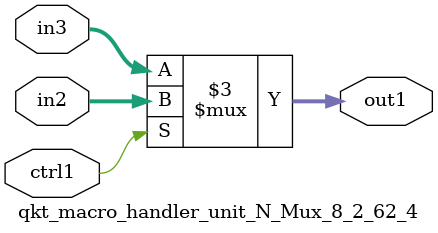
<source format=v>

`timescale 1ps / 1ps


module qkt_macro_handler_unit_N_Mux_8_2_62_4( in3, in2, ctrl1, out1 );

    input [7:0] in3;
    input [7:0] in2;
    input ctrl1;
    output [7:0] out1;
    reg [7:0] out1;

    
    // rtl_process:qkt_macro_handler_unit_N_Mux_8_2_62_4/qkt_macro_handler_unit_N_Mux_8_2_62_4_thread_1
    always @*
      begin : qkt_macro_handler_unit_N_Mux_8_2_62_4_thread_1
        case (ctrl1) 
          1'b1: 
            begin
              out1 = in2;
            end
          default: 
            begin
              out1 = in3;
            end
        endcase
      end

endmodule



</source>
